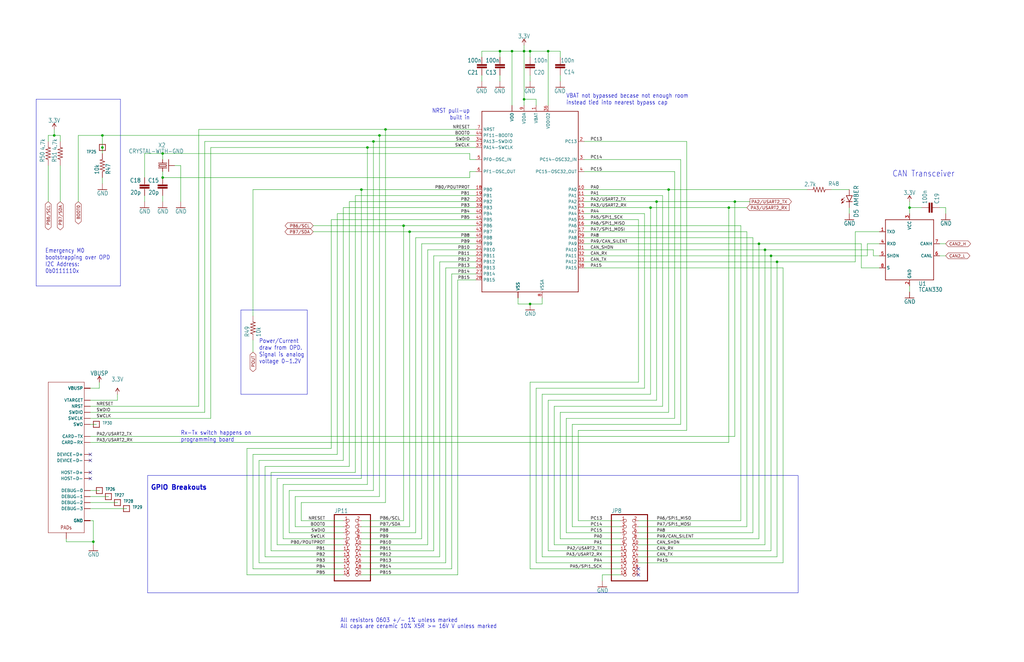
<source format=kicad_sch>
(kicad_sch (version 20230121) (generator eeschema)
  (paper "USLedger")
  (title_block (title "OreSat M0 Proto Card: Microcontroller") (date "2024-03-21") (rev "5.0"))
  (junction (at 281.94 80.01))
  (junction (at 383.54 87.63))
  (junction (at 68.58 74.93))
  (junction (at 170.18 95.25))
  (junction (at 157.48 59.69))
  (junction (at 325.12 107.95))
  (junction (at 307.34 87.63))
  (junction (at 172.72 97.79))
  (junction (at 152.4 80.01))
  (junction (at 154.94 62.23))
  (junction (at 160.02 57.15))
  (junction (at 276.86 85.09))
  (junction (at 309.88 85.09))
  (junction (at 220.98 41.91))
  (junction (at 231.14 21.59))
  (junction (at 39.37 228.6))
  (junction (at 220.98 21.59))
  (junction (at 322.58 105.41))
  (junction (at 327.66 110.49))
  (junction (at 223.52 21.59))
  (junction (at 320.04 102.87))
  (junction (at 210.82 21.59))
  (junction (at 162.56 54.61))
  (junction (at 68.58 64.77))
  (junction (at 215.9 21.59))
  (junction (at 274.32 87.63))
  (junction (at 43.18 57.15))
  (junction (at 43.18 62.23))
  (junction (at 223.52 128.27))
  (junction (at 22.86 57.15))
  (no_connect (at 38.1 199.39))
  (no_connect (at 38.1 194.31))
  (no_connect (at 269.24 242.57))
  (no_connect (at 269.24 240.03))
  (no_connect (at 38.1 201.93))
  (no_connect (at 38.1 191.77))
  (wire (pts (xy 269.24 224.79) (xy 317.5 224.79)) (stroke (width 0.1524)))
  (wire (pts (xy 223.52 161.29) (xy 223.52 240.03)) (stroke (width 0.1524)))
  (wire (pts (xy 144.78 87.63) (xy 200.66 87.63)) (stroke (width 0.1524)))
  (wire (pts (xy 124.46 209.55) (xy 160.02 209.55)) (stroke (width 0.1524)))
  (wire (pts (xy 88.9 176.53) (xy 88.9 62.23)) (stroke (width 0.1524)))
  (wire (pts (xy 38.1 171.45) (xy 83.82 171.45)) (stroke (width 0.1524)))
  (wire (pts (xy 200.66 72.39) (xy 198.12 72.39)) (stroke (width 0.1524)))
  (wire (pts (xy 274.32 166.37) (xy 274.32 87.63)) (stroke (width 0.1524)))
  (wire (pts (xy 121.92 207.01) (xy 157.48 207.01)) (stroke (width 0.1524)))
  (wire (pts (xy 383.54 90.17) (xy 383.54 87.63)) (stroke (width 0.1524)))
  (wire (pts (xy 383.54 87.63) (xy 388.62 87.63)) (stroke (width 0.1524)))
  (wire (pts (xy 246.38 90.17) (xy 271.78 90.17)) (stroke (width 0.1524)))
  (wire (pts (xy 368.3 107.95) (xy 368.3 105.41)) (stroke (width 0.1524)))
  (wire (pts (xy 200.66 67.31) (xy 198.12 67.31)) (stroke (width 0.1524)))
  (wire (pts (xy 330.2 237.49) (xy 330.2 113.03)) (stroke (width 0.1524)))
  (wire (pts (xy 27.94 227.33) (xy 27.94 228.6)) (stroke (width 0.1524)))
  (wire (pts (xy 152.4 219.71) (xy 170.18 219.71)) (stroke (width 0.1524)))
  (wire (pts (xy 233.68 229.87) (xy 233.68 171.45)) (stroke (width 0.1524)))
  (wire (pts (xy 162.56 54.61) (xy 162.56 212.09)) (stroke (width 0.1524)))
  (wire (pts (xy 139.7 92.71) (xy 139.7 189.23)) (stroke (width 0.1524)))
  (wire (pts (xy 106.68 240.03) (xy 144.78 240.03)) (stroke (width 0.1524)))
  (wire (pts (xy 365.76 102.87) (xy 365.76 107.95)) (stroke (width 0.1524)))
  (wire (pts (xy 187.96 113.03) (xy 187.96 237.49)) (stroke (width 0.1524)))
  (wire (pts (xy 132.08 97.79) (xy 172.72 97.79)) (stroke (width 0.1524)))
  (polyline (pts (xy 50.8 41.91) (xy 15.24 41.91)) (stroke (width 0.1524) (type solid)))
  (wire (pts (xy 38.1 212.09) (xy 49.53 212.09)) (stroke (width 0.1524)))
  (polyline (pts (xy 50.8 120.65) (xy 50.8 41.91)) (stroke (width 0.1524) (type solid)))
  (wire (pts (xy 170.18 95.25) (xy 170.18 219.71)) (stroke (width 0.1524)))
  (wire (pts (xy 124.46 222.25) (xy 144.78 222.25)) (stroke (width 0.1524)))
  (wire (pts (xy 223.52 128.27) (xy 228.6 128.27)) (stroke (width 0.1524)))
  (wire (pts (xy 370.84 107.95) (xy 368.3 107.95)) (stroke (width 0.1524)))
  (wire (pts (xy 243.84 219.71) (xy 261.62 219.71)) (stroke (width 0.1524)))
  (polyline (pts (xy 15.24 41.91) (xy 15.24 120.65)) (stroke (width 0.1524) (type solid)))
  (wire (pts (xy 22.86 57.15) (xy 25.4 57.15)) (stroke (width 0.1524)))
  (wire (pts (xy 279.4 171.45) (xy 279.4 82.55)) (stroke (width 0.1524)))
  (wire (pts (xy 86.36 173.99) (xy 38.1 173.99)) (stroke (width 0.1524)))
  (wire (pts (xy 182.88 107.95) (xy 182.88 232.41)) (stroke (width 0.1524)))
  (wire (pts (xy 307.34 186.69) (xy 38.1 186.69)) (stroke (width 0.1524)))
  (wire (pts (xy 398.78 87.63) (xy 398.78 90.17)) (stroke (width 0.1524)))
  (wire (pts (xy 243.84 181.61) (xy 289.56 181.61)) (stroke (width 0.1524)))
  (wire (pts (xy 152.4 201.93) (xy 152.4 80.01)) (stroke (width 0.1524)))
  (wire (pts (xy 327.66 110.49) (xy 360.68 110.49)) (stroke (width 0.1524)))
  (wire (pts (xy 200.66 102.87) (xy 177.8 102.87)) (stroke (width 0.1524)))
  (wire (pts (xy 127 219.71) (xy 144.78 219.71)) (stroke (width 0.1524)))
  (wire (pts (xy 287.02 179.07) (xy 287.02 67.31)) (stroke (width 0.1524)))
  (wire (pts (xy 60.96 74.93) (xy 60.96 64.77)) (stroke (width 0.1524)))
  (wire (pts (xy 220.98 44.45) (xy 220.98 41.91)) (stroke (width 0.1524)))
  (wire (pts (xy 180.34 105.41) (xy 180.34 229.87)) (stroke (width 0.1524)))
  (wire (pts (xy 223.52 24.13) (xy 223.52 21.59)) (stroke (width 0.1524)))
  (wire (pts (xy 198.12 74.93) (xy 68.58 74.93)) (stroke (width 0.1524)))
  (wire (pts (xy 284.48 176.53) (xy 284.48 72.39)) (stroke (width 0.1524)))
  (wire (pts (xy 124.46 209.55) (xy 124.46 222.25)) (stroke (width 0.1524)))
  (wire (pts (xy 307.34 87.63) (xy 307.34 186.69)) (stroke (width 0.1524)))
  (wire (pts (xy 104.14 189.23) (xy 104.14 242.57)) (stroke (width 0.1524)))
  (wire (pts (xy 228.6 166.37) (xy 274.32 166.37)) (stroke (width 0.1524)))
  (wire (pts (xy 111.76 234.95) (xy 144.78 234.95)) (stroke (width 0.1524)))
  (wire (pts (xy 220.98 21.59) (xy 220.98 19.05)) (stroke (width 0.1524)))
  (wire (pts (xy 231.14 232.41) (xy 231.14 168.91)) (stroke (width 0.1524)))
  (wire (pts (xy 193.04 242.57) (xy 193.04 118.11)) (stroke (width 0.1524)))
  (wire (pts (xy 314.96 222.25) (xy 314.96 97.79)) (stroke (width 0.1524)))
  (wire (pts (xy 218.44 128.27) (xy 218.44 125.73)) (stroke (width 0.1524)))
  (wire (pts (xy 370.84 102.87) (xy 365.76 102.87)) (stroke (width 0.1524)))
  (wire (pts (xy 175.26 100.33) (xy 200.66 100.33)) (stroke (width 0.1524)))
  (wire (pts (xy 246.38 113.03) (xy 330.2 113.03)) (stroke (width 0.1524)))
  (wire (pts (xy 246.38 87.63) (xy 274.32 87.63)) (stroke (width 0.1524)))
  (wire (pts (xy 307.34 87.63) (xy 314.96 87.63)) (stroke (width 0.1524)))
  (wire (pts (xy 43.18 57.15) (xy 33.02 57.15)) (stroke (width 0.1524)))
  (wire (pts (xy 215.9 44.45) (xy 215.9 21.59)) (stroke (width 0.1524)))
  (wire (pts (xy 269.24 92.71) (xy 269.24 161.29)) (stroke (width 0.1524)))
  (wire (pts (xy 116.84 229.87) (xy 116.84 201.93)) (stroke (width 0.1524)))
  (wire (pts (xy 38.1 219.71) (xy 39.37 219.71)) (stroke (width 0.1524)))
  (wire (pts (xy 269.24 229.87) (xy 322.58 229.87)) (stroke (width 0.1524)))
  (wire (pts (xy 320.04 227.33) (xy 320.04 102.87)) (stroke (width 0.1524)))
  (wire (pts (xy 111.76 196.85) (xy 111.76 234.95)) (stroke (width 0.1524)))
  (wire (pts (xy 152.4 229.87) (xy 180.34 229.87)) (stroke (width 0.1524)))
  (wire (pts (xy 68.58 74.93) (xy 68.58 72.39)) (stroke (width 0.1524)))
  (wire (pts (xy 106.68 191.77) (xy 142.24 191.77)) (stroke (width 0.1524)))
  (wire (pts (xy 106.68 133.35) (xy 106.68 80.01)) (stroke (width 0.1524)))
  (wire (pts (xy 231.14 168.91) (xy 276.86 168.91)) (stroke (width 0.1524)))
  (wire (pts (xy 269.24 161.29) (xy 223.52 161.29)) (stroke (width 0.1524)))
  (wire (pts (xy 20.32 57.15) (xy 22.86 57.15)) (stroke (width 0.1524)))
  (wire (pts (xy 200.66 113.03) (xy 187.96 113.03)) (stroke (width 0.1524)))
  (wire (pts (xy 368.3 105.41) (xy 322.58 105.41)) (stroke (width 0.1524)))
  (wire (pts (xy 312.42 219.71) (xy 312.42 95.25)) (stroke (width 0.1524)))
  (wire (pts (xy 241.3 222.25) (xy 261.62 222.25)) (stroke (width 0.1524)))
  (wire (pts (xy 325.12 107.95) (xy 325.12 232.41)) (stroke (width 0.1524)))
  (wire (pts (xy 317.5 224.79) (xy 317.5 100.33)) (stroke (width 0.1524)))
  (wire (pts (xy 254 242.57) (xy 254 245.11)) (stroke (width 0.1524)))
  (wire (pts (xy 114.3 232.41) (xy 114.3 199.39)) (stroke (width 0.1524)))
  (wire (pts (xy 238.76 176.53) (xy 284.48 176.53)) (stroke (width 0.1524)))
  (wire (pts (xy 320.04 102.87) (xy 363.22 102.87)) (stroke (width 0.1524)))
  (wire (pts (xy 40.64 179.07) (xy 38.1 179.07)) (stroke (width 0.1524)))
  (wire (pts (xy 246.38 100.33) (xy 317.5 100.33)) (stroke (width 0.1524)))
  (wire (pts (xy 363.22 102.87) (xy 363.22 113.03)) (stroke (width 0.1524)))
  (wire (pts (xy 203.2 31.75) (xy 203.2 34.29)) (stroke (width 0.1524)))
  (wire (pts (xy 157.48 59.69) (xy 200.66 59.69)) (stroke (width 0.1524)))
  (wire (pts (xy 383.54 123.19) (xy 383.54 120.65)) (stroke (width 0.1524)))
  (wire (pts (xy 228.6 234.95) (xy 261.62 234.95)) (stroke (width 0.1524)))
  (wire (pts (xy 152.4 80.01) (xy 200.66 80.01)) (stroke (width 0.1524)))
  (wire (pts (xy 127 219.71) (xy 127 212.09)) (stroke (width 0.1524)))
  (wire (pts (xy 38.1 168.91) (xy 49.53 168.91)) (stroke (width 0.1524)))
  (wire (pts (xy 154.94 62.23) (xy 154.94 204.47)) (stroke (width 0.1524)))
  (wire (pts (xy 172.72 97.79) (xy 172.72 222.25)) (stroke (width 0.1524)))
  (wire (pts (xy 231.14 232.41) (xy 261.62 232.41)) (stroke (width 0.1524)))
  (wire (pts (xy 41.91 163.83) (xy 41.91 161.29)) (stroke (width 0.1524)))
  (wire (pts (xy 76.2 85.09) (xy 76.2 69.85)) (stroke (width 0.1524)))
  (wire (pts (xy 157.48 59.69) (xy 157.48 207.01)) (stroke (width 0.1524)))
  (wire (pts (xy 83.82 54.61) (xy 162.56 54.61)) (stroke (width 0.1524)))
  (wire (pts (xy 261.62 242.57) (xy 254 242.57)) (stroke (width 0.1524)))
  (wire (pts (xy 322.58 105.41) (xy 322.58 229.87)) (stroke (width 0.1524)))
  (wire (pts (xy 396.24 87.63) (xy 398.78 87.63)) (stroke (width 0.1524)))
  (wire (pts (xy 152.4 224.79) (xy 175.26 224.79)) (stroke (width 0.1524)))
  (wire (pts (xy 383.54 87.63) (xy 383.54 85.09)) (stroke (width 0.1524)))
  (wire (pts (xy 236.22 21.59) (xy 236.22 24.13)) (stroke (width 0.1524)))
  (wire (pts (xy 226.06 44.45) (xy 226.06 41.91)) (stroke (width 0.1524)))
  (wire (pts (xy 200.66 110.49) (xy 185.42 110.49)) (stroke (width 0.1524)))
  (wire (pts (xy 238.76 224.79) (xy 238.76 176.53)) (stroke (width 0.1524)))
  (wire (pts (xy 104.14 242.57) (xy 144.78 242.57)) (stroke (width 0.1524)))
  (wire (pts (xy 142.24 90.17) (xy 200.66 90.17)) (stroke (width 0.1524)))
  (wire (pts (xy 223.52 240.03) (xy 261.62 240.03)) (stroke (width 0.1524)))
  (wire (pts (xy 246.38 110.49) (xy 327.66 110.49)) (stroke (width 0.1524)))
  (wire (pts (xy 363.22 113.03) (xy 370.84 113.03)) (stroke (width 0.1524)))
  (wire (pts (xy 139.7 189.23) (xy 104.14 189.23)) (stroke (width 0.1524)))
  (wire (pts (xy 236.22 34.29) (xy 236.22 31.75)) (stroke (width 0.1524)))
  (wire (pts (xy 106.68 240.03) (xy 106.68 191.77)) (stroke (width 0.1524)))
  (wire (pts (xy 39.37 219.71) (xy 39.37 228.6)) (stroke (width 0.1524)))
  (wire (pts (xy 39.37 228.6) (xy 39.37 229.87)) (stroke (width 0.1524)))
  (wire (pts (xy 109.22 194.31) (xy 109.22 237.49)) (stroke (width 0.1524)))
  (wire (pts (xy 365.76 107.95) (xy 325.12 107.95)) (stroke (width 0.1524)))
  (wire (pts (xy 154.94 204.47) (xy 119.38 204.47)) (stroke (width 0.1524)))
  (wire (pts (xy 223.52 128.27) (xy 218.44 128.27)) (stroke (width 0.1524)))
  (wire (pts (xy 274.32 87.63) (xy 307.34 87.63)) (stroke (width 0.1524)))
  (wire (pts (xy 200.66 105.41) (xy 180.34 105.41)) (stroke (width 0.1524)))
  (wire (pts (xy 200.66 115.57) (xy 190.5 115.57)) (stroke (width 0.1524)))
  (wire (pts (xy 226.06 41.91) (xy 220.98 41.91)) (stroke (width 0.1524)))
  (wire (pts (xy 83.82 54.61) (xy 83.82 171.45)) (stroke (width 0.1524)))
  (wire (pts (xy 309.88 85.09) (xy 309.88 184.15)) (stroke (width 0.1524)))
  (wire (pts (xy 309.88 85.09) (xy 316.23 85.09)) (stroke (width 0.1524)))
  (wire (pts (xy 147.32 85.09) (xy 147.32 196.85)) (stroke (width 0.1524)))
  (wire (pts (xy 281.94 80.01) (xy 340.36 80.01)) (stroke (width 0.1524)))
  (wire (pts (xy 246.38 95.25) (xy 312.42 95.25)) (stroke (width 0.1524)))
  (wire (pts (xy 38.1 207.01) (xy 41.91 207.01)) (stroke (width 0.1524)))
  (wire (pts (xy 246.38 92.71) (xy 269.24 92.71)) (stroke (width 0.1524)))
  (wire (pts (xy 116.84 201.93) (xy 152.4 201.93)) (stroke (width 0.1524)))
  (wire (pts (xy 210.82 34.29) (xy 210.82 31.75)) (stroke (width 0.1524)))
  (wire (pts (xy 246.38 97.79) (xy 314.96 97.79)) (stroke (width 0.1524)))
  (wire (pts (xy 231.14 21.59) (xy 223.52 21.59)) (stroke (width 0.1524)))
  (wire (pts (xy 160.02 57.15) (xy 200.66 57.15)) (stroke (width 0.1524)))
  (wire (pts (xy 223.52 21.59) (xy 220.98 21.59)) (stroke (width 0.1524)))
  (wire (pts (xy 203.2 21.59) (xy 210.82 21.59)) (stroke (width 0.1524)))
  (wire (pts (xy 226.06 237.49) (xy 261.62 237.49)) (stroke (width 0.1524)))
  (polyline (pts (xy 101.6 166.37) (xy 129.54 166.37)) (stroke (width 0.1524) (type solid)))
  (wire (pts (xy 45.72 209.55) (xy 38.1 209.55)) (stroke (width 0.1524)))
  (wire (pts (xy 25.4 57.15) (xy 25.4 59.69)) (stroke (width 0.1524)))
  (wire (pts (xy 271.78 163.83) (xy 271.78 90.17)) (stroke (width 0.1524)))
  (wire (pts (xy 27.94 228.6) (xy 39.37 228.6)) (stroke (width 0.1524)))
  (wire (pts (xy 190.5 115.57) (xy 190.5 240.03)) (stroke (width 0.1524)))
  (wire (pts (xy 49.53 168.91) (xy 49.53 166.37)) (stroke (width 0.1524)))
  (wire (pts (xy 185.42 110.49) (xy 185.42 234.95)) (stroke (width 0.1524)))
  (wire (pts (xy 68.58 64.77) (xy 68.58 67.31)) (stroke (width 0.1524)))
  (wire (pts (xy 152.4 232.41) (xy 182.88 232.41)) (stroke (width 0.1524)))
  (wire (pts (xy 68.58 85.09) (xy 68.58 82.55)) (stroke (width 0.1524)))
  (wire (pts (xy 246.38 85.09) (xy 276.86 85.09)) (stroke (width 0.1524)))
  (wire (pts (xy 223.52 31.75) (xy 223.52 34.29)) (stroke (width 0.1524)))
  (wire (pts (xy 231.14 21.59) (xy 231.14 44.45)) (stroke (width 0.1524)))
  (wire (pts (xy 210.82 24.13) (xy 210.82 21.59)) (stroke (width 0.1524)))
  (wire (pts (xy 200.66 97.79) (xy 172.72 97.79)) (stroke (width 0.1524)))
  (wire (pts (xy 269.24 232.41) (xy 325.12 232.41)) (stroke (width 0.1524)))
  (wire (pts (xy 396.24 102.87) (xy 398.78 102.87)) (stroke (width 0.1524)))
  (wire (pts (xy 246.38 59.69) (xy 289.56 59.69)) (stroke (width 0.1524)))
  (wire (pts (xy 109.22 237.49) (xy 144.78 237.49)) (stroke (width 0.1524)))
  (wire (pts (xy 144.78 87.63) (xy 144.78 194.31)) (stroke (width 0.1524)))
  (wire (pts (xy 220.98 41.91) (xy 220.98 21.59)) (stroke (width 0.1524)))
  (wire (pts (xy 198.12 67.31) (xy 198.12 64.77)) (stroke (width 0.1524)))
  (wire (pts (xy 243.84 219.71) (xy 243.84 181.61)) (stroke (width 0.1524)))
  (wire (pts (xy 236.22 227.33) (xy 236.22 173.99)) (stroke (width 0.1524)))
  (wire (pts (xy 269.24 227.33) (xy 320.04 227.33)) (stroke (width 0.1524)))
  (wire (pts (xy 200.66 107.95) (xy 182.88 107.95)) (stroke (width 0.1524)))
  (wire (pts (xy 241.3 222.25) (xy 241.3 179.07)) (stroke (width 0.1524)))
  (wire (pts (xy 170.18 95.25) (xy 132.08 95.25)) (stroke (width 0.1524)))
  (wire (pts (xy 289.56 181.61) (xy 289.56 59.69)) (stroke (width 0.1524)))
  (wire (pts (xy 121.92 224.79) (xy 121.92 207.01)) (stroke (width 0.1524)))
  (wire (pts (xy 20.32 59.69) (xy 20.32 57.15)) (stroke (width 0.1524)))
  (wire (pts (xy 246.38 107.95) (xy 325.12 107.95)) (stroke (width 0.1524)))
  (wire (pts (xy 160.02 57.15) (xy 160.02 209.55)) (stroke (width 0.1524)))
  (wire (pts (xy 396.24 107.95) (xy 398.78 107.95)) (stroke (width 0.1524)))
  (wire (pts (xy 236.22 227.33) (xy 261.62 227.33)) (stroke (width 0.1524)))
  (wire (pts (xy 147.32 196.85) (xy 111.76 196.85)) (stroke (width 0.1524)))
  (wire (pts (xy 269.24 219.71) (xy 312.42 219.71)) (stroke (width 0.1524)))
  (wire (pts (xy 114.3 232.41) (xy 144.78 232.41)) (stroke (width 0.1524)))
  (wire (pts (xy 276.86 85.09) (xy 309.88 85.09)) (stroke (width 0.1524)))
  (wire (pts (xy 43.18 62.23) (xy 43.18 57.15)) (stroke (width 0.1524)))
  (wire (pts (xy 200.66 118.11) (xy 193.04 118.11)) (stroke (width 0.1524)))
  (wire (pts (xy 144.78 194.31) (xy 109.22 194.31)) (stroke (width 0.1524)))
  (wire (pts (xy 88.9 176.53) (xy 38.1 176.53)) (stroke (width 0.1524)))
  (wire (pts (xy 198.12 64.77) (xy 68.58 64.77)) (stroke (width 0.1524)))
  (wire (pts (xy 25.4 85.09) (xy 25.4 69.85)) (stroke (width 0.1524)))
  (wire (pts (xy 198.12 72.39) (xy 198.12 74.93)) (stroke (width 0.1524)))
  (wire (pts (xy 246.38 72.39) (xy 284.48 72.39)) (stroke (width 0.1524)))
  (wire (pts (xy 238.76 224.79) (xy 261.62 224.79)) (stroke (width 0.1524)))
  (wire (pts (xy 149.86 199.39) (xy 149.86 82.55)) (stroke (width 0.1524)))
  (polyline (pts (xy 129.54 130.81) (xy 101.6 130.81)) (stroke (width 0.1524) (type solid)))
  (wire (pts (xy 226.06 237.49) (xy 226.06 163.83)) (stroke (width 0.1524)))
  (wire (pts (xy 175.26 224.79) (xy 175.26 100.33)) (stroke (width 0.1524)))
  (wire (pts (xy 360.68 97.79) (xy 360.68 110.49)) (stroke (width 0.1524)))
  (wire (pts (xy 236.22 173.99) (xy 281.94 173.99)) (stroke (width 0.1524)))
  (wire (pts (xy 152.4 242.57) (xy 193.04 242.57)) (stroke (width 0.1524)))
  (wire (pts (xy 246.38 102.87) (xy 320.04 102.87)) (stroke (width 0.1524)))
  (wire (pts (xy 358.14 87.63) (xy 358.14 90.17)) (stroke (width 0.1524)))
  (wire (pts (xy 309.88 184.15) (xy 38.1 184.15)) (stroke (width 0.1524)))
  (wire (pts (xy 106.68 80.01) (xy 152.4 80.01)) (stroke (width 0.1524)))
  (wire (pts (xy 172.72 222.25) (xy 152.4 222.25)) (stroke (width 0.1524)))
  (wire (pts (xy 246.38 80.01) (xy 281.94 80.01)) (stroke (width 0.1524)))
  (polyline (pts (xy 15.24 120.65) (xy 50.8 120.65)) (stroke (width 0.1524) (type solid)))
  (wire (pts (xy 226.06 163.83) (xy 271.78 163.83)) (stroke (width 0.1524)))
  (wire (pts (xy 233.68 171.45) (xy 279.4 171.45)) (stroke (width 0.1524)))
  (wire (pts (xy 20.32 85.09) (xy 20.32 69.85)) (stroke (width 0.1524)))
  (wire (pts (xy 147.32 85.09) (xy 200.66 85.09)) (stroke (width 0.1524)))
  (wire (pts (xy 370.84 97.79) (xy 360.68 97.79)) (stroke (width 0.1524)))
  (wire (pts (xy 114.3 199.39) (xy 149.86 199.39)) (stroke (width 0.1524)))
  (polyline (pts (xy 129.54 166.37) (xy 129.54 130.81)) (stroke (width 0.1524) (type solid)))
  (wire (pts (xy 22.86 57.15) (xy 22.86 54.61)) (stroke (width 0.1524)))
  (wire (pts (xy 33.02 57.15) (xy 33.02 85.09)) (stroke (width 0.1524)))
  (wire (pts (xy 86.36 173.99) (xy 86.36 59.69)) (stroke (width 0.1524)))
  (polyline (pts (xy 101.6 130.81) (xy 101.6 166.37)) (stroke (width 0.1524) (type solid)))
  (wire (pts (xy 119.38 227.33) (xy 144.78 227.33)) (stroke (width 0.1524)))
  (wire (pts (xy 187.96 237.49) (xy 152.4 237.49)) (stroke (width 0.1524)))
  (wire (pts (xy 88.9 62.23) (xy 154.94 62.23)) (stroke (width 0.1524)))
  (wire (pts (xy 116.84 229.87) (xy 144.78 229.87)) (stroke (width 0.1524)))
  (wire (pts (xy 106.68 143.51) (xy 106.68 148.59)) (stroke (width 0.1524)))
  (wire (pts (xy 162.56 54.61) (xy 200.66 54.61)) (stroke (width 0.1524)))
  (wire (pts (xy 228.6 128.27) (xy 228.6 125.73)) (stroke (width 0.1524)))
  (wire (pts (xy 231.14 21.59) (xy 236.22 21.59)) (stroke (width 0.1524)))
  (wire (pts (xy 350.52 80.01) (xy 358.14 80.01)) (stroke (width 0.1524)))
  (wire (pts (xy 43.18 57.15) (xy 160.02 57.15)) (stroke (width 0.1524)))
  (wire (pts (xy 228.6 234.95) (xy 228.6 166.37)) (stroke (width 0.1524)))
  (wire (pts (xy 210.82 21.59) (xy 215.9 21.59)) (stroke (width 0.1524)))
  (wire (pts (xy 43.18 74.93) (xy 43.18 77.47)) (stroke (width 0.1524)))
  (wire (pts (xy 60.96 85.09) (xy 60.96 82.55)) (stroke (width 0.1524)))
  (wire (pts (xy 152.4 227.33) (xy 177.8 227.33)) (stroke (width 0.1524)))
  (wire (pts (xy 203.2 24.13) (xy 203.2 21.59)) (stroke (width 0.1524)))
  (wire (pts (xy 200.66 95.25) (xy 170.18 95.25)) (stroke (width 0.1524)))
  (wire (pts (xy 281.94 173.99) (xy 281.94 80.01)) (stroke (width 0.1524)))
  (wire (pts (xy 119.38 204.47) (xy 119.38 227.33)) (stroke (width 0.1524)))
  (wire (pts (xy 127 212.09) (xy 162.56 212.09)) (stroke (width 0.1524)))
  (wire (pts (xy 152.4 240.03) (xy 190.5 240.03)) (stroke (width 0.1524)))
  (wire (pts (xy 177.8 102.87) (xy 177.8 227.33)) (stroke (width 0.1524)))
  (wire (pts (xy 246.38 82.55) (xy 279.4 82.55)) (stroke (width 0.1524)))
  (wire (pts (xy 149.86 82.55) (xy 200.66 82.55)) (stroke (width 0.1524)))
  (wire (pts (xy 327.66 110.49) (xy 327.66 234.95)) (stroke (width 0.1524)))
  (wire (pts (xy 43.18 64.77) (xy 43.18 62.23)) (stroke (width 0.1524)))
  (wire (pts (xy 139.7 92.71) (xy 200.66 92.71)) (stroke (width 0.1524)))
  (wire (pts (xy 241.3 179.07) (xy 287.02 179.07)) (stroke (width 0.1524)))
  (wire (pts (xy 154.94 62.23) (xy 200.66 62.23)) (stroke (width 0.1524)))
  (wire (pts (xy 215.9 21.59) (xy 220.98 21.59)) (stroke (width 0.1524)))
  (wire (pts (xy 269.24 222.25) (xy 314.96 222.25)) (stroke (width 0.1524)))
  (wire (pts (xy 53.34 214.63) (xy 38.1 214.63)) (stroke (width 0.1524)))
  (wire (pts (xy 276.86 168.91) (xy 276.86 85.09)) (stroke (width 0.1524)))
  (wire (pts (xy 76.2 69.85) (xy 73.66 69.85)) (stroke (width 0.1524)))
  (wire (pts (xy 142.24 191.77) (xy 142.24 90.17)) (stroke (width 0.1524)))
  (wire (pts (xy 269.24 234.95) (xy 327.66 234.95)) (stroke (width 0.1524)))
  (wire (pts (xy 269.24 237.49) (xy 330.2 237.49)) (stroke (width 0.1524)))
  (wire (pts (xy 38.1 163.83) (xy 41.91 163.83)) (stroke (width 0.1524)))
  (wire (pts (xy 233.68 229.87) (xy 261.62 229.87)) (stroke (width 0.1524)))
  (wire (pts (xy 121.92 224.79) (xy 144.78 224.79)) (stroke (width 0.1524)))
  (wire (pts (xy 152.4 234.95) (xy 185.42 234.95)) (stroke (width 0.1524)))
  (wire (pts (xy 246.38 105.41) (xy 322.58 105.41)) (stroke (width 0.1524)))
  (wire (pts (xy 60.96 64.77) (xy 68.58 64.77)) (stroke (width 0.1524)))
  (wire (pts (xy 86.36 59.69) (xy 157.48 59.69)) (stroke (width 0.1524)))
  (wire (pts (xy 246.38 67.31) (xy 287.02 67.31)) (stroke (width 0.1524)))
  (rectangle (start 62.23 200.66) (end 336.55 250.19))
  (text "Emergency M0\nbootstrapping over OPD\nI2C Address:\n0b0111110x" (at 19.05 115.57 0) (effects (font (size 1.778 1.5113)) (justify left bottom)))
  (text "Power/Current\ndraw from OPD.\nSignal is analog\nvoltage 0-1.2V" (at 109.22 153.67 0) (effects (font (size 1.778 1.5113)) (justify left bottom)))
  (text "VBAT not bypassed becase not enough room\ninstead tied into nearest bypass cap" (at 238.76 44.45 0) (effects (font (size 1.778 1.5113)) (justify left bottom)))
  (text "GPIO Breakouts" (at 63.5 207.01 0) (effects (font (size 2 2) (thickness 0.4) bold) (justify left bottom)))
  (text "CAN Transceiver" (at 402.59 74.93 0) (effects (font (size 2.54 2.159)) (justify right bottom)))
  (text "All resistors 0603 +/- 1% unless marked" (at 143.51 262.89 0) (effects (font (size 1.778 1.5113)) (justify left bottom)))
  (text "All caps are ceramic 10% X5R >= 16V V unless marked" (at 143.51 265.43 0) (effects (font (size 1.778 1.5113)) (justify left bottom)))
  (text "NRST pull-up\nbuilt in" (at 198.12 50.8 0) (effects (font (size 1.778 1.5113)) (justify right bottom)))
  (text "Rx-Tx switch happens on\nprogramming board" (at 76.2 186.69 0) (effects (font (size 1.778 1.5113)) (justify left bottom)))
  (label "PA3/USART2_RX" (at 254 234.95 180) (effects (font (size 1.2446 1.2446))))
  (label "SWDIO" (at 137.16 224.79 180) (effects (font (size 1.2446 1.2446))))
  (label "PB7/SDA" (at 160.02 222.25 0))
  (label "PC13" (at 248.92 59.69 0) (effects (font (size 1.2446 1.2446))))
  (label "PA2/USART2_TX" (at 254 232.41 180) (effects (font (size 1.2446 1.2446))))
  (label "PB0/POUTPROT" (at 198.12 80.01 180) (effects (font (size 1.2446 1.2446))))
  (label "PB2" (at 137.16 234.95 180) (effects (font (size 1.2446 1.2446))))
  (label "CAN_SHDN" (at 276.86 229.87 0) (effects (font (size 1.2446 1.2446))))
  (label "SWCLK" (at 198.12 62.23 180) (effects (font (size 1.2446 1.2446))))
  (label "PB1" (at 137.16 232.41 180) (effects (font (size 1.2446 1.2446))))
  (label "SWDIO" (at 40.64 173.99 0) (effects (font (size 1.2446 1.2446))))
  (label "PA3/USART2_RX" (at 248.92 87.63 0) (effects (font (size 1.2446 1.2446))))
  (label "PA0" (at 248.92 80.01 0) (effects (font (size 1.2446 1.2446))))
  (label "PB6/SCL" (at 160.02 219.71 0))
  (label "SWDIO" (at 198.12 59.69 180) (effects (font (size 1.2446 1.2446))))
  (label "CAN_RX" (at 276.86 232.41 0) (effects (font (size 1.2446 1.2446))))
  (label "PC14" (at 248.92 67.31 0) (effects (font (size 1.2446 1.2446))))
  (label "PA5/SPI1_SCK" (at 254 240.03 180) (effects (font (size 1.2446 1.2446))))
  (label "PA7/SPI1_MOSI" (at 248.92 97.79 0) (effects (font (size 1.2446 1.2446))))
  (label "PB14" (at 198.12 115.57 180) (effects (font (size 1.2446 1.2446))))
  (label "PC13" (at 254 219.71 180) (effects (font (size 1.2446 1.2446))))
  (label "PB9" (at 160.02 227.33 0) (effects (font (size 1.2446 1.2446))))
  (label "CAN_SHDN" (at 248.92 105.41 0) (effects (font (size 1.2446 1.2446))))
  (label "PA15" (at 276.86 237.49 0) (effects (font (size 1.2446 1.2446))))
  (label "PB5" (at 198.12 92.71 180) (effects (font (size 1.2446 1.2446))))
  (label "PA15" (at 248.92 113.03 0) (effects (font (size 1.2446 1.2446))))
  (label "PB14" (at 160.02 240.03 0) (effects (font (size 1.2446 1.2446))))
  (label "PB13" (at 160.02 237.49 0) (effects (font (size 1.2446 1.2446))))
  (label "PA8" (at 248.92 100.33 0) (effects (font (size 1.2446 1.2446))))
  (label "PB8" (at 160.02 224.79 0) (effects (font (size 1.2446 1.2446))))
  (label "PC14" (at 254 222.25 180) (effects (font (size 1.2446 1.2446))))
  (label "PA6/SPI1_MISO" (at 276.86 219.71 0) (effects (font (size 1.2446 1.2446))))
  (label "PB15" (at 198.12 118.11 180) (effects (font (size 1.2446 1.2446))))
  (label "NRESET" (at 40.64 171.45 0) (effects (font (size 1.2446 1.2446))))
  (label "PA5/SPI1_SCK" (at 248.92 92.71 0) (effects (font (size 1.2446 1.2446))))
  (label "PA9/CAN_SILENT" (at 248.92 102.87 0) (effects (font (size 1.2446 1.2446))))
  (label "PC15" (at 254 224.79 180) (effects (font (size 1.2446 1.2446))))
  (label "BOOT0" (at 137.16 222.25 180))
  (label "SWCLK" (at 40.64 176.53 0) (effects (font (size 1.2446 1.2446))))
  (label "PB11" (at 160.02 232.41 0) (effects (font (size 1.2446 1.2446))))
  (label "PB4" (at 198.12 90.17 180) (effects (font (size 1.2446 1.2446))))
  (label "PB3" (at 198.12 87.63 180) (effects (font (size 1.2446 1.2446))))
  (label "PA2/USART2_TX" (at 40.64 184.15 0) (effects (font (size 1.2446 1.2446))))
  (label "CAN_TX" (at 248.92 110.49 0) (effects (font (size 1.2446 1.2446))))
  (label "PC15" (at 248.92 72.39 0) (effects (font (size 1.2446 1.2446))))
  (label "NRESET" (at 198.12 54.61 180))
  (label "PB9" (at 198.12 102.87 180) (effects (font (size 1.2446 1.2446))))
  (label "PA1" (at 248.92 82.55 0) (effects (font (size 1.2446 1.2446))))
  (label "PA4" (at 248.92 90.17 0) (effects (font (size 1.2446 1.2446))))
  (label "PB5" (at 137.16 242.57 180) (effects (font (size 1.2446 1.2446))))
  (label "PB10" (at 160.02 229.87 0) (effects (font (size 1.2446 1.2446))))
  (label "PA4" (at 254 237.49 180) (effects (font (size 1.2446 1.2446))))
  (label "SWCLK" (at 137.16 227.33 180) (effects (font (size 1.2446 1.2446))))
  (label "PB3" (at 137.16 237.49 180) (effects (font (size 1.2446 1.2446))))
  (label "BOOT0" (at 198.12 57.15 180))
  (label "NRESET" (at 137.16 219.71 180) (effects (font (size 1.2446 1.2446))))
  (label "PA9/CAN_SILENT" (at 276.86 227.33 0) (effects (font (size 1.2446 1.2446))))
  (label "PB10" (at 198.12 105.41 180) (effects (font (size 1.2446 1.2446))))
  (label "PA1" (at 254 229.87 180) (effects (font (size 1.2446 1.2446))))
  (label "PA0" (at 254 227.33 180) (effects (font (size 1.2446 1.2446))))
  (label "PB13" (at 198.12 113.03 180) (effects (font (size 1.2446 1.2446))))
  (label "PB4" (at 137.16 240.03 180) (effects (font (size 1.2446 1.2446))))
  (label "PB2" (at 198.12 85.09 180) (effects (font (size 1.2446 1.2446))))
  (label "PA6/SPI1_MISO" (at 248.92 95.25 0) (effects (font (size 1.2446 1.2446))))
  (label "PA3/USART2_RX" (at 40.64 186.69 0) (effects (font (size 1.2446 1.2446))))
  (label "CAN_RX" (at 248.92 107.95 0) (effects (font (size 1.2446 1.2446))))
  (label "PA7/SPI1_MOSI" (at 276.86 222.25 0) (effects (font (size 1.2446 1.2446))))
  (label "PB0/POUTPROT" (at 137.16 229.87 180) (effects (font (size 1.2446 1.2446))))
  (label "PB15" (at 160.02 242.57 0) (effects (font (size 1.2446 1.2446))))
  (label "PB11" (at 198.12 107.95 180) (effects (font (size 1.2446 1.2446))))
  (label "PB12" (at 160.02 234.95 0) (effects (font (size 1.2446 1.2446))))
  (label "PB1" (at 198.12 82.55 180) (effects (font (size 1.2446 1.2446))))
  (label "PA8" (at 276.86 224.79 0) (effects (font (size 1.2446 1.2446))))
  (label "PA2/USART2_TX" (at 248.92 85.09 0) (effects (font (size 1.2446 1.2446))))
  (label "CAN_TX" (at 276.86 234.95 0) (effects (font (size 1.2446 1.2446))))
  (label "PB12" (at 198.12 110.49 180) (effects (font (size 1.2446 1.2446))))
  (label "PB8" (at 198.12 100.33 180) (effects (font (size 1.2446 1.2446))))
  (global_label "PB7/SDA" (shape bidirectional) (at 25.4 85.09 270) (effects (font (size 1.2446 1.2446))) (property "Intersheetrefs" "${INTERSHEET_REFS}" (at 25.4 97.5793 90) (effects (justify right))))
  (global_label "PA2{slash}USART2_TX" (shape output) (at 316.23 85.09 0) (property "Intersheetrefs" "${INTERSHEET_REFS}" (at 334.2548 85.09 0) (effects (justify left))))
  (global_label "PA3{slash}USART2_RX" (shape input) (at 314.96 87.63 0) (property "Intersheetrefs" "${INTERSHEET_REFS}" (at 316.2845 87.5506 0) (effects (justify left))))
  (global_label "PB7/SDA" (shape bidirectional) (at 132.08 97.79 180) (effects (font (size 1.2446 1.2446))) (property "Intersheetrefs" "${INTERSHEET_REFS}" (at 119.5907 97.79 0) (effects (justify right))))
  (global_label "PB6/SCL" (shape bidirectional) (at 20.32 85.09 270) (effects (font (size 1.2446 1.2446))) (property "Intersheetrefs" "${INTERSHEET_REFS}" (at 20.32 97.52 90) (effects (justify right))))
  (global_label "PB6/SCL" (shape bidirectional) (at 132.08 95.25 180) (effects (font (size 1.2446 1.2446))) (property "Intersheetrefs" "${INTERSHEET_REFS}" (at 119.65 95.25 0) (effects (justify right))))
  (global_label "CAN2_L" (shape bidirectional) (at 398.78 107.95 0) (effects (font (size 1.2446 1.2446))) (property "Intersheetrefs" "${INTERSHEET_REFS}" (at 409.5506 107.95 0) (effects (justify left))))
  (global_label "CAN2_H" (shape bidirectional) (at 398.78 102.87 0) (effects (font (size 1.2446 1.2446))) (property "Intersheetrefs" "${INTERSHEET_REFS}" (at 409.847 102.87 0) (effects (justify left))))
  (global_label "BOOT0" (shape bidirectional) (at 33.02 85.09 270) (effects (font (size 1.2446 1.2446))) (property "Intersheetrefs" "${INTERSHEET_REFS}" (at 33.02 95.0902 90) (effects (justify right))))
  (global_label "POUT" (shape bidirectional) (at 106.68 148.59 270) (effects (font (size 1.2446 1.2446))) (property "Intersheetrefs" "${INTERSHEET_REFS}" (at 106.68 157.4049 90) (effects (justify right))))
  (symbol (lib_id "oresat-proto-card-eagle-import:TEST-POINT-LARGE-SQUARE") (at 49.53 212.09 0) (mirror x) (unit 1)
    (property "Reference" "TP28" (at 52.07 210.82 0) (effects (font (size 1.27 1.0795)) (justify left bottom)))
    (property "Value" "TEST-POINT-LARGE-SQUARE" (effects hide))
    (property "Footprint" "oresat-proto-card:1X01" (effects hide))
  )
  (symbol (lib_id "oresat-proto-card-eagle-import:ORESAT-DEBUG-CONNECTOR-ALL") (at 26.67 191.77 0) (unit 1)
    (property "Reference" "J7" (effects hide))
    (property "Value" "ORESAT-DEBUG-CONNECTOR-ALL" (effects hide))
    (property "Footprint" "oresat-proto-card:TE_2-1734592-0" (effects hide))
  )
  (symbol (lib_id "oresat-proto-card-eagle-import:R-US_0603-C-NOSILK") (at 345.44 80.01 180) (unit 1)
    (property "Reference" "R48" (at 349.25 78.5114 0) (effects (font (size 1.778 1.5113)) (justify right top)))
    (property "Value" "2.7k" (at 339.09 78.74 0) (effects (font (size 1.778 1.5113)) (justify right top)))
    (property "Footprint" "oresat-passives:0603-C-NOSILK" (effects hide))
    (property "DIS" "Digi-Key" (effects hide))
    (property "DPN" "A129632CT-ND" (effects hide))
    (property "MFR" "TE Connectivity" (effects hide))
    (property "MPN" "CRGCQ0402F2K7" (effects hide))
  )
  (symbol (lib_id "oresat-proto-card-eagle-import:GND") (at 203.2 36.83 0) (unit 1)
    (property "Reference" "#GND064" (effects hide))
    (property "Value" "GND" (at 200.66 39.37 0) (effects (font (size 1.778 1.5113)) (justify left bottom)))
  )
  (symbol (lib_id "oresat-proto-card-eagle-import:3.3V") (at 220.98 19.05 0) (mirror y) (unit 1)
    (property "Reference" "#SUPPLY05" (effects hide))
    (property "Value" "3.3V" (at 220.98 16.256 0) (effects (font (size 1.778 1.5113)) (justify bottom)))
  )
  (symbol (lib_id "oresat-proto-card-eagle-import:C-EU0603-C-NOSILK") (at 210.82 29.21 0) (mirror x) (unit 1)
    (property "Reference" "C13" (at 204.724 29.591 0) (effects (font (size 1.778 1.5113)) (justify left bottom)))
    (property "Value" "100n" (at 204.724 24.511 0) (effects (font (size 1.778 1.5113)) (justify left bottom)))
    (property "Footprint" "oresat-passives:0603-C-NOSILK" (effects hide))
    (property "DIS" "Digi-Key" (effects hide))
    (property "DPN" "1276-1001-1-ND" (effects hide))
    (property "MFR" "Samsung" (effects hide))
    (property "MPN" "CL05B104KO5NNNC" (effects hide))
  )
  (symbol (lib_id "oresat-proto-card-eagle-import:CRYSTAL-WITH-GND") (at 68.58 69.85 90) (mirror x) (unit 1)
    (property "Reference" "X2" (at 69.85 62.23 90) (effects (font (size 1.778 1.5113)) (justify left bottom)))
    (property "Value" "CRYSTAL-WITH-GND" (at 77.47 64.77 90) (effects (font (size 1.778 1.5113)) (justify left bottom)))
    (property "Footprint" "oresat-proto-card:CRYSTAL_2.5X2" (effects hide))
    (property "DIS" "Digi-Key" (effects hide))
    (property "DPN" "XC2181CT-ND" (effects hide))
    (property "MFR" "ECS Inc." (effects hide))
    (property "MPN" "ECS-160-10-36Q-ES-TR" (effects hide))
  )
  (symbol (lib_id "oresat-proto-card-eagle-import:GND") (at 223.52 36.83 0) (unit 1)
    (property "Reference" "#GND058" (effects hide))
    (property "Value" "GND" (at 220.98 39.37 0) (effects (font (size 1.778 1.5113)) (justify left bottom)))
  )
  (symbol (lib_id "oresat-proto-card-eagle-import:VBUSP") (at 41.91 161.29 0) (unit 1)
    (property "Reference" "#VBUSP05" (effects hide))
    (property "Value" "VBUSP" (at 41.91 158.496 0) (effects (font (size 1.778 1.5113)) (justify bottom)))
  )
  (symbol (lib_id "oresat-proto-card-eagle-import:PINHD-2X10") (at 264.16 229.87 0) (unit 1)
    (property "Reference" "JP8" (at 257.81 216.535 0) (effects (font (size 1.778 1.5113)) (justify left bottom)))
    (property "Value" "PINHD-2X10" (effects hide))
    (property "Footprint" "oresat-proto-card:2X10" (effects hide))
    (property "DIS" "Digi-Key" (effects hide))
    (property "DNP" "609-3221-ND" (effects hide))
    (property "MFR" "Amphenol" (effects hide))
    (property "MPN" "67996-420HLF" (effects hide))
  )
  (symbol (lib_id "oresat-proto-card-eagle-import:TCAN330") (at 383.54 105.41 0) (unit 1)
    (property "Reference" "U1" (at 387.35 120.65 0) (effects (font (size 1.778 1.5113)) (justify left bottom)))
    (property "Value" "TCAN330" (at 387.35 123.19 0) (effects (font (size 1.778 1.5113)) (justify left bottom)))
    (property "Footprint" "oresat-proto-card:SOT23-8_TI-DCN" (effects hide))
    (property "DIS" "Digi-Key" (effects hide))
    (property "DPN" "296-44211-1-ND" (effects hide))
    (property "MFR" "Texas Instruments" (effects hide))
    (property "MPN" "TCAN330GDCNT" (effects hide))
  )
  (symbol (lib_id "oresat-proto-card-eagle-import:TEST-POINT-LARGE-SQUARE") (at 45.72 209.55 0) (mirror x) (unit 1)
    (property "Reference" "TP27" (at 48.26 208.28 0) (effects (font (size 1.27 1.0795)) (justify left bottom)))
    (property "Value" "TEST-POINT-LARGE-SQUARE" (effects hide))
    (property "Footprint" "oresat-proto-card:1X01" (effects hide))
  )
  (symbol (lib_id "oresat-proto-card-eagle-import:3.3V") (at 49.53 166.37 0) (mirror y) (unit 1)
    (property "Reference" "#SUPPLY010" (effects hide))
    (property "Value" "3.3V" (at 49.53 161.036 0) (effects (font (size 1.778 1.5113)) (justify bottom)))
  )
  (symbol (lib_id "oresat-proto-card-eagle-import:TEST-POINT-LARGE-SQUARE") (at 53.34 214.63 0) (mirror x) (unit 1)
    (property "Reference" "TP29" (at 55.88 213.36 0) (effects (font (size 1.27 1.0795)) (justify left bottom)))
    (property "Value" "TEST-POINT-LARGE-SQUARE" (effects hide))
    (property "Footprint" "oresat-proto-card:1X01" (effects hide))
  )
  (symbol (lib_id "oresat-proto-card-eagle-import:PINHD-2X10") (at 147.32 229.87 0) (unit 1)
    (property "Reference" "JP11" (at 140.97 216.535 0) (effects (font (size 1.778 1.5113)) (justify left bottom)))
    (property "Value" "PINHD-2X10" (effects hide))
    (property "Footprint" "oresat-proto-card:2X10" (effects hide))
    (property "DIS" "Digi-Key" (effects hide))
    (property "DNP" "609-3221-ND" (effects hide))
    (property "MFR" "Amphenol" (effects hide))
    (property "MPN" "67996-420HLF" (effects hide))
  )
  (symbol (lib_id "oresat-proto-card-eagle-import:C-EU0603-C-NOSILK") (at 393.7 87.63 270) (mirror x) (unit 1)
    (property "Reference" "C19" (at 394.081 86.106 0) (effects (font (size 1.778 1.5113)) (justify left bottom)))
    (property "Value" "100n" (at 389.001 86.106 0) (effects (font (size 1.778 1.5113)) (justify left bottom)))
    (property "Footprint" "oresat-passives:0603-C-NOSILK" (effects hide))
    (property "DIS" "Digi-Key" (effects hide))
    (property "DPN" "1276-1001-1-ND" (effects hide))
    (property "MFR" "Samsung" (effects hide))
    (property "MPN" "CL05B104KO5NNNC" (effects hide))
  )
  (symbol (lib_id "oresat-proto-card-eagle-import:LED-GREEN0603") (at 358.14 82.55 0) (unit 1)
    (property "Reference" "D5" (at 360.045 91.948 90) (effects (font (size 1.778 1.778)) (justify left top)))
    (property "Value" "AMBER" (at 360.045 87.122 90) (effects (font (size 1.778 1.778)) (justify left top)))
    (property "Footprint" "oresat-proto-card:LED-0603" (effects hide))
    (property "DIS" "Digi-Key" (effects hide))
    (property "DPN" "1830-1064-1-ND" (effects hide))
    (property "MFR" "Inolux" (effects hide))
    (property "MPN" "IN-S63AT5A" (effects hide))
  )
  (symbol (lib_id "oresat-proto-card-eagle-import:GND") (at 236.22 36.83 0) (unit 1)
    (property "Reference" "#GND060" (effects hide))
    (property "Value" "GND" (at 233.68 39.37 0) (effects (font (size 1.778 1.5113)) (justify left bottom)))
  )
  (symbol (lib_id "oresat-proto-card-eagle-import:STM32F091C") (at 223.52 85.09 0) (mirror y) (unit 1)
    (property "Reference" "U7" (effects hide))
    (property "Value" "STM32F091C" (effects hide))
    (property "Footprint" "oresat-proto-card:STM32F091C" (effects hide))
    (property "DIS" "Digi-Key" (effects hide))
    (property "DPN" "497-18516-ND" (effects hide))
    (property "MFR" "STMicroelectronics" (effects hide))
    (property "MPN" "STM32F042K6T7" (effects hide))
  )
  (symbol (lib_id "oresat-proto-card-eagle-import:R-US_0603-C-NOSILK") (at 43.18 69.85 270) (mirror x) (unit 1)
    (property "Reference" "R47" (at 44.6786 73.66 0) (effects (font (size 1.778 1.5113)) (justify left bottom)))
    (property "Value" "10k" (at 39.878 73.66 0) (effects (font (size 1.778 1.5113)) (justify left bottom)))
    (property "Footprint" "oresat-passives:0603-C-NOSILK" (effects hide))
    (property "DIS" "Digi-Key" (effects hide))
    (property "DPN" "311-10.0KLRCT-ND" (effects hide))
    (property "MFR" "Yageo" (effects hide))
    (property "MPN" "RC0402FR-0710KL" (effects hide))
  )
  (symbol (lib_id "oresat-proto-card-eagle-import:GND") (at 383.54 125.73 0) (mirror y) (unit 1)
    (property "Reference" "#GND057" (effects hide))
    (property "Value" "GND" (at 386.08 128.27 0) (effects (font (size 1.778 1.5113)) (justify left bottom)))
  )
  (symbol (lib_id "oresat-proto-card-eagle-import:GND") (at 223.52 130.81 0) (mirror y) (unit 1)
    (property "Reference" "#GND045" (effects hide))
    (property "Value" "GND" (at 226.06 133.35 0) (effects (font (size 1.778 1.5113)) (justify left bottom)))
  )
  (symbol (lib_id "oresat-proto-card-eagle-import:GND") (at 43.18 80.01 0) (mirror y) (unit 1)
    (property "Reference" "#GND061" (effects hide))
    (property "Value" "GND" (at 45.72 82.55 0) (effects (font (size 1.778 1.5113)) (justify left bottom)))
  )
  (symbol (lib_id "oresat-proto-card-eagle-import:C-EU0603-C-NOSILK") (at 60.96 77.47 0) (mirror y) (unit 1)
    (property "Reference" "C18" (at 59.436 77.089 0) (effects (font (size 1.778 1.5113)) (justify left bottom)))
    (property "Value" "20p" (at 59.436 82.169 0) (effects (font (size 1.778 1.5113)) (justify left bottom)))
    (property "Footprint" "oresat-passives:0603-C-NOSILK" (effects hide))
    (property "DIS" "Digi-Key" (effects hide))
    (property "DPN" "1276-6601-1-ND" (effects hide))
    (property "MFR" "Samsung" (effects hide))
    (property "MPN" "CL05C200JB51PNC" (effects hide))
  )
  (symbol (lib_id "oresat-proto-card-eagle-import:C-EU0603-C-NOSILK") (at 236.22 29.21 180) (unit 1)
    (property "Reference" "C14" (at 237.744 31.369 0) (effects (font (size 1.778 1.5113)) (justify right top)))
    (property "Value" "100n" (at 242.316 24.511 0) (effects (font (size 1.778 1.5113)) (justify left bottom)))
    (property "Footprint" "oresat-passives:0603-C-NOSILK" (effects hide))
    (property "DIS" "Digi-Key" (effects hide))
    (property "DPN" "1276-1001-1-ND" (effects hide))
    (property "MFR" "Samsung" (effects hide))
    (property "MPN" "CL05B104KO5NNNC" (effects hide))
  )
  (symbol (lib_id "oresat-proto-card-eagle-import:3.3V") (at 383.54 85.09 0) (mirror y) (unit 1)
    (property "Reference" "#SUPPLY09" (effects hide))
    (property "Value" "3.3V" (at 383.54 82.296 0) (effects (font (size 1.778 1.5113)) (justify bottom)))
  )
  (symbol (lib_id "oresat-proto-card-eagle-import:GND") (at 210.82 36.83 0) (unit 1)
    (property "Reference" "#GND059" (effects hide))
    (property "Value" "GND" (at 208.28 39.37 0) (effects (font (size 1.778 1.5113)) (justify left bottom)))
  )
  (symbol (lib_id "oresat-proto-card-eagle-import:GND") (at 60.96 87.63 0) (mirror y) (unit 1)
    (property "Reference" "#GND055" (effects hide))
    (property "Value" "GND" (at 63.5 90.17 0) (effects (font (size 1.778 1.5113)) (justify left bottom)))
  )
  (symbol (lib_id "oresat-proto-card-eagle-import:TEST-POINT-LARGE-SQUARE") (at 40.64 179.07 0) (mirror x) (unit 1)
    (property "Reference" "TP30" (at 43.18 177.8 0) (effects (font (size 1.27 1.0795)) (justify left bottom)))
    (property "Value" "TEST-POINT-LARGE-SQUARE" (effects hide))
    (property "Footprint" "oresat-proto-card:1X01" (effects hide))
  )
  (symbol (lib_id "oresat-proto-card-eagle-import:GND") (at 39.37 232.41 0) (mirror y) (unit 1)
    (property "Reference" "#GND063" (effects hide))
    (property "Value" "GND" (at 41.91 234.95 0) (effects (font (size 1.778 1.5113)) (justify left bottom)))
  )
  (symbol (lib_id "oresat-proto-card-eagle-import:C-EU0603-C-NOSILK") (at 203.2 29.21 0) (mirror x) (unit 1)
    (property "Reference" "C21" (at 197.104 29.591 0) (effects (font (size 1.778 1.5113)) (justify left bottom)))
    (property "Value" "100n" (at 197.104 24.511 0) (effects (font (size 1.778 1.5113)) (justify left bottom)))
    (property "Footprint" "oresat-passives:0603-C-NOSILK" (effects hide))
    (property "DIS" "Digi-Key" (effects hide))
    (property "DPN" "1276-1001-1-ND" (effects hide))
    (property "MFR" "Samsung" (effects hide))
    (property "MPN" "CL05B104KO5NNNC" (effects hide))
  )
  (symbol (lib_id "oresat-proto-card-eagle-import:GND") (at 254 247.65 0) (mirror y) (unit 1)
    (property "Reference" "#GND065" (effects hide))
    (property "Value" "GND" (at 256.54 250.19 0) (effects (font (size 1.778 1.5113)) (justify left bottom)))
  )
  (symbol (lib_id "oresat-proto-card-eagle-import:C-EU0603-C-NOSILK") (at 223.52 29.21 0) (mirror x) (unit 1)
    (property "Reference" "C20" (at 225.044 29.591 0) (effects (font (size 1.778 1.5113)) (justify left bottom)))
    (property "Value" "100n" (at 225.044 24.511 0) (effects (font (size 1.778 1.5113)) (justify left bottom)))
    (property "Footprint" "oresat-passives:0603-C-NOSILK" (effects hide))
    (property "DIS" "Digi-Key" (effects hide))
    (property "DPN" "1276-1001-1-ND" (effects hide))
    (property "MFR" "Samsung" (effects hide))
    (property "MPN" "CL05B104KO5NNNC" (effects hide))
  )
  (symbol (lib_id "oresat-proto-card-eagle-import:R-US_0603-C-NOSILK") (at 20.32 64.77 90) (unit 1)
    (property "Reference" "R50" (at 18.8214 68.58 0) (effects (font (size 1.778 1.5113)) (justify left bottom)))
    (property "Value" "4.7k" (at 19.05 63.5 0) (effects (font (size 1.778 1.5113)) (justify left bottom)))
    (property "Footprint" "oresat-passives:0603-C-NOSILK" (effects hide))
    (property "DIS" "Digi-Key" (effects hide))
    (property "DPN" "A129632CT-ND" (effects hide))
    (property "MFR" "TE Connectivity" (effects hide))
    (property "MPN" "CRGCQ0402F2K7" (effects hide))
  )
  (symbol (lib_id "oresat-proto-card-eagle-import:3.3V") (at 22.86 54.61 0) (mirror y) (unit 1)
    (property "Reference" "#SUPPLY012" (effects hide))
    (property "Value" "3.3V" (at 22.86 51.816 0) (effects (font (size 1.778 1.5113)) (justify bottom)))
  )
  (symbol (lib_id "oresat-proto-card-eagle-import:C-EU0603-C-NOSILK") (at 68.58 77.47 0) (mirror y) (unit 1)
    (property "Reference" "C15" (at 67.056 77.089 0) (effects (font (size 1.778 1.5113)) (justify left bottom)))
    (property "Value" "20p" (at 67.056 82.169 0) (effects (font (size 1.778 1.5113)) (justify left bottom)))
    (property "Footprint" "oresat-passives:0603-C-NOSILK" (effects hide))
    (property "DIS" "Digi-Key" (effects hide))
    (property "DPN" "1276-6601-1-ND" (effects hide))
    (property "MFR" "Samsung" (effects hide))
    (property "MPN" "CL05C200JB51PNC" (effects hide))
  )
  (symbol (lib_id "oresat-proto-card-eagle-import:TEST-POINT-LARGE-SQUARE") (at 41.91 207.01 0) (mirror x) (unit 1)
    (property "Reference" "TP26" (at 44.45 205.74 0) (effects (font (size 1.27 1.0795)) (justify left bottom)))
    (property "Value" "TEST-POINT-LARGE-SQUARE" (effects hide))
    (property "Footprint" "oresat-proto-card:1X01" (effects hide))
  )
  (symbol (lib_id "oresat-proto-card-eagle-import:GND") (at 76.2 87.63 0) (mirror y) (unit 1)
    (property "Reference" "#GND051" (effects hide))
    (property "Value" "GND" (at 78.74 90.17 0) (effects (font (size 1.778 1.5113)) (justify left bottom)))
  )
  (symbol (lib_id "oresat-proto-card-eagle-import:GND") (at 68.58 87.63 0) (mirror y) (unit 1)
    (property "Reference" "#GND054" (effects hide))
    (property "Value" "GND" (at 71.12 90.17 0) (effects (font (size 1.778 1.5113)) (justify left bottom)))
  )
  (symbol (lib_id "oresat-proto-card-eagle-import:R-US_0603-C-NOSILK") (at 106.68 138.43 90) (unit 1)
    (property "Reference" "R49" (at 105.1814 142.24 0) (effects (font (size 1.778 1.5113)) (justify left bottom)))
    (property "Value" "10k" (at 109.982 142.24 0) (effects (font (size 1.778 1.5113)) (justify left bottom)))
    (property "Footprint" "oresat-passives:0603-C-NOSILK" (effects hide))
    (property "DIS" "Digi-Key" (effects hide))
    (property "DPN" "311-10.0KLRCT-ND" (effects hide))
    (property "MFR" "Yageo" (effects hide))
    (property "MPN" "RC0402FR-0710KL" (effects hide))
  )
  (symbol (lib_id "oresat-proto-card-eagle-import:GND") (at 358.14 92.71 0) (mirror y) (unit 1)
    (property "Reference" "#GND062" (effects hide))
    (property "Value" "GND" (at 360.68 95.25 0) (effects (font (size 1.778 1.5113)) (justify left bottom)))
  )
  (symbol (lib_id "oresat-proto-card-eagle-import:R-US_0603-C-NOSILK") (at 25.4 64.77 90) (unit 1)
    (property "Reference" "R51" (at 23.9014 68.58 0) (effects (font (size 1.778 1.5113)) (justify left bottom)))
    (property "Value" "4.7k" (at 24.13 63.5 0) (effects (font (size 1.778 1.5113)) (justify left bottom)))
    (property "Footprint" "oresat-passives:0603-C-NOSILK" (effects hide))
    (property "DIS" "Digi-Key" (effects hide))
    (property "DPN" "A129632CT-ND" (effects hide))
    (property "MFR" "TE Connectivity" (effects hide))
    (property "MPN" "CRGCQ0402F2K7" (effects hide))
  )
  (symbol (lib_id "oresat-proto-card-eagle-import:GND") (at 398.78 92.71 0) (mirror y) (unit 1)
    (property "Reference" "#GND056" (effects hide))
    (property "Value" "GND" (at 401.32 95.25 0) (effects (font (size 1.778 1.5113)) (justify left bottom)))
  )
  (symbol (lib_id "oresat-proto-card-eagle-import:TEST-POINT-LARGE-SQUARE") (at 43.18 62.23 0) (mirror y) (unit 1)
    (property "Reference" "TP25" (at 40.64 64.77 0) (effects (font (size 1.27 1.0795)) (justify left bottom)))
    (property "Value" "TEST-POINT-LARGE-SQUARE" (effects hide))
    (property "Footprint" "oresat-proto-card:1X01" (effects hide))
  )
)
</source>
